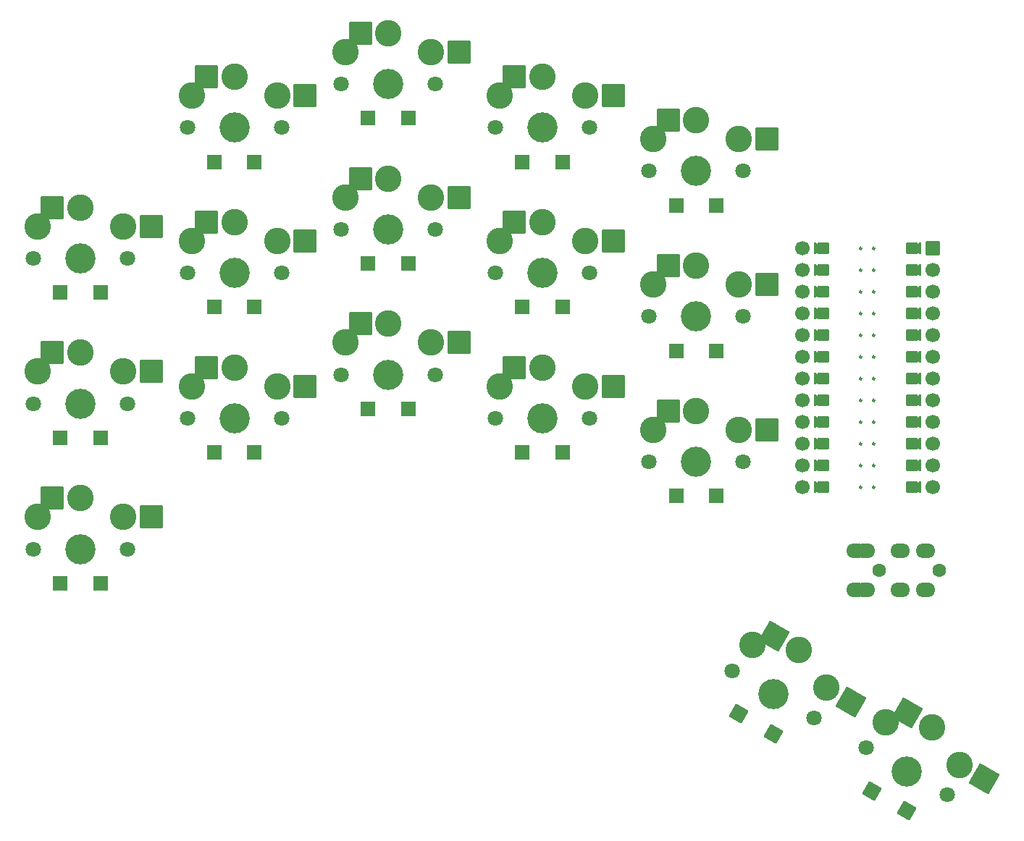
<source format=gbr>
%TF.GenerationSoftware,KiCad,Pcbnew,(6.0.6-1)-1*%
%TF.CreationDate,2022-08-08T10:13:26-05:00*%
%TF.ProjectId,smcboard,736d6362-6f61-4726-942e-6b696361645f,v1.0.0*%
%TF.SameCoordinates,Original*%
%TF.FileFunction,Soldermask,Bot*%
%TF.FilePolarity,Negative*%
%FSLAX46Y46*%
G04 Gerber Fmt 4.6, Leading zero omitted, Abs format (unit mm)*
G04 Created by KiCad (PCBNEW (6.0.6-1)-1) date 2022-08-08 10:13:26*
%MOMM*%
%LPD*%
G01*
G04 APERTURE LIST*
G04 Aperture macros list*
%AMRoundRect*
0 Rectangle with rounded corners*
0 $1 Rounding radius*
0 $2 $3 $4 $5 $6 $7 $8 $9 X,Y pos of 4 corners*
0 Add a 4 corners polygon primitive as box body*
4,1,4,$2,$3,$4,$5,$6,$7,$8,$9,$2,$3,0*
0 Add four circle primitives for the rounded corners*
1,1,$1+$1,$2,$3*
1,1,$1+$1,$4,$5*
1,1,$1+$1,$6,$7*
1,1,$1+$1,$8,$9*
0 Add four rect primitives between the rounded corners*
20,1,$1+$1,$2,$3,$4,$5,0*
20,1,$1+$1,$4,$5,$6,$7,0*
20,1,$1+$1,$6,$7,$8,$9,0*
20,1,$1+$1,$8,$9,$2,$3,0*%
%AMFreePoly0*
4,1,14,0.635355,0.435355,0.650000,0.400000,0.650000,0.200000,0.635355,0.164645,0.035355,-0.435355,0.000000,-0.450000,-0.035355,-0.435355,-0.635355,0.164645,-0.650000,0.200000,-0.650000,0.400000,-0.635355,0.435355,-0.600000,0.450000,0.600000,0.450000,0.635355,0.435355,0.635355,0.435355,$1*%
%AMFreePoly1*
4,1,16,0.635355,1.035355,0.650000,1.000000,0.650000,-0.250000,0.635355,-0.285355,0.600000,-0.300000,-0.600000,-0.300000,-0.635355,-0.285355,-0.650000,-0.250000,-0.650000,1.000000,-0.635355,1.035355,-0.600000,1.050000,-0.564645,1.035355,0.000000,0.470710,0.564645,1.035355,0.600000,1.050000,0.635355,1.035355,0.635355,1.035355,$1*%
G04 Aperture macros list end*
%ADD10C,0.250000*%
%ADD11C,0.100000*%
%ADD12C,1.801800*%
%ADD13C,3.529000*%
%ADD14C,3.100000*%
%ADD15RoundRect,0.050000X-1.300000X-1.300000X1.300000X-1.300000X1.300000X1.300000X-1.300000X1.300000X0*%
%ADD16RoundRect,0.050000X0.825000X0.825000X-0.825000X0.825000X-0.825000X-0.825000X0.825000X-0.825000X0*%
%ADD17RoundRect,0.050000X-0.825000X-0.825000X0.825000X-0.825000X0.825000X0.825000X-0.825000X0.825000X0*%
%ADD18RoundRect,0.050000X-1.775833X-0.475833X0.475833X-1.775833X1.775833X0.475833X-0.475833X1.775833X0*%
%ADD19RoundRect,0.050000X1.126971X0.301971X-0.301971X1.126971X-1.126971X-0.301971X0.301971X-1.126971X0*%
%ADD20RoundRect,0.050000X-1.126971X-0.301971X0.301971X-1.126971X1.126971X0.301971X-0.301971X1.126971X0*%
%ADD21C,1.600000*%
%ADD22O,2.300000X1.700000*%
%ADD23FreePoly0,270.000000*%
%ADD24C,1.700000*%
%ADD25FreePoly0,90.000000*%
%ADD26RoundRect,0.050000X-0.800000X0.800000X-0.800000X-0.800000X0.800000X-0.800000X0.800000X0.800000X0*%
%ADD27FreePoly1,90.000000*%
%ADD28FreePoly1,270.000000*%
G04 APERTURE END LIST*
D10*
%TO.C,MCU1*%
X195287000Y-76050000D02*
G75*
G03*
X195287000Y-76050000I-125000J0D01*
G01*
X195287000Y-78590000D02*
G75*
G03*
X195287000Y-78590000I-125000J0D01*
G01*
X195287000Y-93830000D02*
G75*
G03*
X195287000Y-93830000I-125000J0D01*
G01*
X193763000Y-86210000D02*
G75*
G03*
X193763000Y-86210000I-125000J0D01*
G01*
X193763000Y-91290000D02*
G75*
G03*
X193763000Y-91290000I-125000J0D01*
G01*
X193763000Y-76050000D02*
G75*
G03*
X193763000Y-76050000I-125000J0D01*
G01*
X195287000Y-91290000D02*
G75*
G03*
X195287000Y-91290000I-125000J0D01*
G01*
X193763000Y-73510000D02*
G75*
G03*
X193763000Y-73510000I-125000J0D01*
G01*
X193763000Y-96370000D02*
G75*
G03*
X193763000Y-96370000I-125000J0D01*
G01*
X193763000Y-70970000D02*
G75*
G03*
X193763000Y-70970000I-125000J0D01*
G01*
X195287000Y-68430000D02*
G75*
G03*
X195287000Y-68430000I-125000J0D01*
G01*
X195287000Y-86210000D02*
G75*
G03*
X195287000Y-86210000I-125000J0D01*
G01*
X193763000Y-78590000D02*
G75*
G03*
X193763000Y-78590000I-125000J0D01*
G01*
X195287000Y-73510000D02*
G75*
G03*
X195287000Y-73510000I-125000J0D01*
G01*
X195287000Y-96370000D02*
G75*
G03*
X195287000Y-96370000I-125000J0D01*
G01*
X195287000Y-70970000D02*
G75*
G03*
X195287000Y-70970000I-125000J0D01*
G01*
X193763000Y-83670000D02*
G75*
G03*
X193763000Y-83670000I-125000J0D01*
G01*
X193763000Y-88750000D02*
G75*
G03*
X193763000Y-88750000I-125000J0D01*
G01*
X193763000Y-68430000D02*
G75*
G03*
X193763000Y-68430000I-125000J0D01*
G01*
X195287000Y-83670000D02*
G75*
G03*
X195287000Y-83670000I-125000J0D01*
G01*
X195287000Y-81130000D02*
G75*
G03*
X195287000Y-81130000I-125000J0D01*
G01*
X193763000Y-93830000D02*
G75*
G03*
X193763000Y-93830000I-125000J0D01*
G01*
X193763000Y-81130000D02*
G75*
G03*
X193763000Y-81130000I-125000J0D01*
G01*
X195287000Y-88750000D02*
G75*
G03*
X195287000Y-88750000I-125000J0D01*
G01*
G36*
X189320000Y-81638000D02*
G01*
X188304000Y-81638000D01*
X188304000Y-80622000D01*
X189320000Y-80622000D01*
X189320000Y-81638000D01*
G37*
D11*
X189320000Y-81638000D02*
X188304000Y-81638000D01*
X188304000Y-80622000D01*
X189320000Y-80622000D01*
X189320000Y-81638000D01*
G36*
X200496000Y-91798000D02*
G01*
X199480000Y-91798000D01*
X199480000Y-90782000D01*
X200496000Y-90782000D01*
X200496000Y-91798000D01*
G37*
X200496000Y-91798000D02*
X199480000Y-91798000D01*
X199480000Y-90782000D01*
X200496000Y-90782000D01*
X200496000Y-91798000D01*
G36*
X189320000Y-86718000D02*
G01*
X188304000Y-86718000D01*
X188304000Y-85702000D01*
X189320000Y-85702000D01*
X189320000Y-86718000D01*
G37*
X189320000Y-86718000D02*
X188304000Y-86718000D01*
X188304000Y-85702000D01*
X189320000Y-85702000D01*
X189320000Y-86718000D01*
G36*
X189320000Y-79098000D02*
G01*
X188304000Y-79098000D01*
X188304000Y-78082000D01*
X189320000Y-78082000D01*
X189320000Y-79098000D01*
G37*
X189320000Y-79098000D02*
X188304000Y-79098000D01*
X188304000Y-78082000D01*
X189320000Y-78082000D01*
X189320000Y-79098000D01*
G36*
X189320000Y-96878000D02*
G01*
X188304000Y-96878000D01*
X188304000Y-95862000D01*
X189320000Y-95862000D01*
X189320000Y-96878000D01*
G37*
X189320000Y-96878000D02*
X188304000Y-96878000D01*
X188304000Y-95862000D01*
X189320000Y-95862000D01*
X189320000Y-96878000D01*
G36*
X200496000Y-86718000D02*
G01*
X199480000Y-86718000D01*
X199480000Y-85702000D01*
X200496000Y-85702000D01*
X200496000Y-86718000D01*
G37*
X200496000Y-86718000D02*
X199480000Y-86718000D01*
X199480000Y-85702000D01*
X200496000Y-85702000D01*
X200496000Y-86718000D01*
G36*
X200496000Y-96878000D02*
G01*
X199480000Y-96878000D01*
X199480000Y-95862000D01*
X200496000Y-95862000D01*
X200496000Y-96878000D01*
G37*
X200496000Y-96878000D02*
X199480000Y-96878000D01*
X199480000Y-95862000D01*
X200496000Y-95862000D01*
X200496000Y-96878000D01*
G36*
X200496000Y-94338000D02*
G01*
X199480000Y-94338000D01*
X199480000Y-93322000D01*
X200496000Y-93322000D01*
X200496000Y-94338000D01*
G37*
X200496000Y-94338000D02*
X199480000Y-94338000D01*
X199480000Y-93322000D01*
X200496000Y-93322000D01*
X200496000Y-94338000D01*
G36*
X189320000Y-94338000D02*
G01*
X188304000Y-94338000D01*
X188304000Y-93322000D01*
X189320000Y-93322000D01*
X189320000Y-94338000D01*
G37*
X189320000Y-94338000D02*
X188304000Y-94338000D01*
X188304000Y-93322000D01*
X189320000Y-93322000D01*
X189320000Y-94338000D01*
G36*
X189320000Y-84178000D02*
G01*
X188304000Y-84178000D01*
X188304000Y-83162000D01*
X189320000Y-83162000D01*
X189320000Y-84178000D01*
G37*
X189320000Y-84178000D02*
X188304000Y-84178000D01*
X188304000Y-83162000D01*
X189320000Y-83162000D01*
X189320000Y-84178000D01*
G36*
X200496000Y-71478000D02*
G01*
X199480000Y-71478000D01*
X199480000Y-70462000D01*
X200496000Y-70462000D01*
X200496000Y-71478000D01*
G37*
X200496000Y-71478000D02*
X199480000Y-71478000D01*
X199480000Y-70462000D01*
X200496000Y-70462000D01*
X200496000Y-71478000D01*
G36*
X189320000Y-68938000D02*
G01*
X188304000Y-68938000D01*
X188304000Y-67922000D01*
X189320000Y-67922000D01*
X189320000Y-68938000D01*
G37*
X189320000Y-68938000D02*
X188304000Y-68938000D01*
X188304000Y-67922000D01*
X189320000Y-67922000D01*
X189320000Y-68938000D01*
G36*
X189320000Y-71478000D02*
G01*
X188304000Y-71478000D01*
X188304000Y-70462000D01*
X189320000Y-70462000D01*
X189320000Y-71478000D01*
G37*
X189320000Y-71478000D02*
X188304000Y-71478000D01*
X188304000Y-70462000D01*
X189320000Y-70462000D01*
X189320000Y-71478000D01*
G36*
X189320000Y-89258000D02*
G01*
X188304000Y-89258000D01*
X188304000Y-88242000D01*
X189320000Y-88242000D01*
X189320000Y-89258000D01*
G37*
X189320000Y-89258000D02*
X188304000Y-89258000D01*
X188304000Y-88242000D01*
X189320000Y-88242000D01*
X189320000Y-89258000D01*
G36*
X200496000Y-81638000D02*
G01*
X199480000Y-81638000D01*
X199480000Y-80622000D01*
X200496000Y-80622000D01*
X200496000Y-81638000D01*
G37*
X200496000Y-81638000D02*
X199480000Y-81638000D01*
X199480000Y-80622000D01*
X200496000Y-80622000D01*
X200496000Y-81638000D01*
G36*
X189320000Y-91798000D02*
G01*
X188304000Y-91798000D01*
X188304000Y-90782000D01*
X189320000Y-90782000D01*
X189320000Y-91798000D01*
G37*
X189320000Y-91798000D02*
X188304000Y-91798000D01*
X188304000Y-90782000D01*
X189320000Y-90782000D01*
X189320000Y-91798000D01*
G36*
X200496000Y-68938000D02*
G01*
X199480000Y-68938000D01*
X199480000Y-67922000D01*
X200496000Y-67922000D01*
X200496000Y-68938000D01*
G37*
X200496000Y-68938000D02*
X199480000Y-68938000D01*
X199480000Y-67922000D01*
X200496000Y-67922000D01*
X200496000Y-68938000D01*
G36*
X189320000Y-74018000D02*
G01*
X188304000Y-74018000D01*
X188304000Y-73002000D01*
X189320000Y-73002000D01*
X189320000Y-74018000D01*
G37*
X189320000Y-74018000D02*
X188304000Y-74018000D01*
X188304000Y-73002000D01*
X189320000Y-73002000D01*
X189320000Y-74018000D01*
G36*
X200496000Y-76558000D02*
G01*
X199480000Y-76558000D01*
X199480000Y-75542000D01*
X200496000Y-75542000D01*
X200496000Y-76558000D01*
G37*
X200496000Y-76558000D02*
X199480000Y-76558000D01*
X199480000Y-75542000D01*
X200496000Y-75542000D01*
X200496000Y-76558000D01*
G36*
X189320000Y-76558000D02*
G01*
X188304000Y-76558000D01*
X188304000Y-75542000D01*
X189320000Y-75542000D01*
X189320000Y-76558000D01*
G37*
X189320000Y-76558000D02*
X188304000Y-76558000D01*
X188304000Y-75542000D01*
X189320000Y-75542000D01*
X189320000Y-76558000D01*
G36*
X200496000Y-79098000D02*
G01*
X199480000Y-79098000D01*
X199480000Y-78082000D01*
X200496000Y-78082000D01*
X200496000Y-79098000D01*
G37*
X200496000Y-79098000D02*
X199480000Y-79098000D01*
X199480000Y-78082000D01*
X200496000Y-78082000D01*
X200496000Y-79098000D01*
G36*
X200496000Y-84178000D02*
G01*
X199480000Y-84178000D01*
X199480000Y-83162000D01*
X200496000Y-83162000D01*
X200496000Y-84178000D01*
G37*
X200496000Y-84178000D02*
X199480000Y-84178000D01*
X199480000Y-83162000D01*
X200496000Y-83162000D01*
X200496000Y-84178000D01*
G36*
X200496000Y-74018000D02*
G01*
X199480000Y-74018000D01*
X199480000Y-73002000D01*
X200496000Y-73002000D01*
X200496000Y-74018000D01*
G37*
X200496000Y-74018000D02*
X199480000Y-74018000D01*
X199480000Y-73002000D01*
X200496000Y-73002000D01*
X200496000Y-74018000D01*
G36*
X200496000Y-89258000D02*
G01*
X199480000Y-89258000D01*
X199480000Y-88242000D01*
X200496000Y-88242000D01*
X200496000Y-89258000D01*
G37*
X200496000Y-89258000D02*
X199480000Y-89258000D01*
X199480000Y-88242000D01*
X200496000Y-88242000D01*
X200496000Y-89258000D01*
%TD*%
D12*
%TO.C,S7*%
X132900000Y-83200000D03*
X143900000Y-83200000D03*
D13*
X138400000Y-83200000D03*
D14*
X138400000Y-77250000D03*
X143400000Y-79450000D03*
X138400000Y-77250000D03*
X133400000Y-79450000D03*
D15*
X135125000Y-77250000D03*
X146675000Y-79450000D03*
%TD*%
D13*
%TO.C,S1*%
X102400000Y-103600000D03*
D14*
X107400000Y-99850000D03*
D12*
X107900000Y-103600000D03*
D14*
X102400000Y-97650000D03*
X97400000Y-99850000D03*
X102400000Y-97650000D03*
D12*
X96900000Y-103600000D03*
D15*
X99125000Y-97650000D03*
X110675000Y-99850000D03*
%TD*%
D16*
%TO.C,D6*%
X118050000Y-58300000D03*
D17*
X122750000Y-58300000D03*
%TD*%
D16*
%TO.C,D7*%
X136050000Y-87200000D03*
D17*
X140750000Y-87200000D03*
%TD*%
D16*
%TO.C,D11*%
X154050000Y-75300000D03*
D17*
X158750000Y-75300000D03*
%TD*%
D14*
%TO.C,S16*%
X180944873Y-114852405D03*
D13*
X183400000Y-120600000D03*
D14*
X186375000Y-115447149D03*
D12*
X178636860Y-117850000D03*
D14*
X189605127Y-119852405D03*
D12*
X188163140Y-123350000D03*
D14*
X186375000Y-115447149D03*
D18*
X183538767Y-113809649D03*
X192441360Y-121489905D03*
%TD*%
D16*
%TO.C,D13*%
X172050000Y-97400000D03*
D17*
X176750000Y-97400000D03*
%TD*%
D16*
%TO.C,D3*%
X100050000Y-73600000D03*
D17*
X104750000Y-73600000D03*
%TD*%
D19*
%TO.C,D16*%
X179364840Y-122889102D03*
D20*
X183435160Y-125239102D03*
%TD*%
D16*
%TO.C,D12*%
X154050000Y-58300000D03*
D17*
X158750000Y-58300000D03*
%TD*%
D13*
%TO.C,S3*%
X102400000Y-69600000D03*
D14*
X102400000Y-63650000D03*
X97400000Y-65850000D03*
D12*
X96900000Y-69600000D03*
X107900000Y-69600000D03*
D14*
X107400000Y-65850000D03*
X102400000Y-63650000D03*
D15*
X99125000Y-63650000D03*
X110675000Y-65850000D03*
%TD*%
D16*
%TO.C,D2*%
X100050000Y-90600000D03*
D17*
X104750000Y-90600000D03*
%TD*%
D14*
%TO.C,S15*%
X179400000Y-55650000D03*
X169400000Y-55650000D03*
X174400000Y-53450000D03*
X174400000Y-53450000D03*
D12*
X179900000Y-59400000D03*
X168900000Y-59400000D03*
D13*
X174400000Y-59400000D03*
D15*
X171125000Y-53450000D03*
X182675000Y-55650000D03*
%TD*%
D14*
%TO.C,S5*%
X120400000Y-65350000D03*
X120400000Y-65350000D03*
X125400000Y-67550000D03*
D12*
X114900000Y-71300000D03*
D14*
X115400000Y-67550000D03*
D12*
X125900000Y-71300000D03*
D13*
X120400000Y-71300000D03*
D15*
X117125000Y-65350000D03*
X128675000Y-67550000D03*
%TD*%
D13*
%TO.C,S10*%
X156400000Y-88300000D03*
D12*
X150900000Y-88300000D03*
D14*
X156400000Y-82350000D03*
D12*
X161900000Y-88300000D03*
D14*
X161400000Y-84550000D03*
X156400000Y-82350000D03*
X151400000Y-84550000D03*
D15*
X153125000Y-82350000D03*
X164675000Y-84550000D03*
%TD*%
D16*
%TO.C,D14*%
X172050000Y-80400000D03*
D17*
X176750000Y-80400000D03*
%TD*%
D14*
%TO.C,S17*%
X201963457Y-124447149D03*
D12*
X203751597Y-132350000D03*
D13*
X198988457Y-129600000D03*
D14*
X196533330Y-123852405D03*
D12*
X194225317Y-126850000D03*
D14*
X205193584Y-128852405D03*
X201963457Y-124447149D03*
D18*
X199127224Y-122809649D03*
X208029817Y-130489905D03*
%TD*%
D16*
%TO.C,D5*%
X118050000Y-75300000D03*
D17*
X122750000Y-75300000D03*
%TD*%
D16*
%TO.C,D15*%
X172050000Y-63400000D03*
D17*
X176750000Y-63400000D03*
%TD*%
D16*
%TO.C,D9*%
X136050000Y-53200000D03*
D17*
X140750000Y-53200000D03*
%TD*%
D14*
%TO.C,S2*%
X102400000Y-80650000D03*
X107400000Y-82850000D03*
D13*
X102400000Y-86600000D03*
D12*
X107900000Y-86600000D03*
X96900000Y-86600000D03*
D14*
X102400000Y-80650000D03*
X97400000Y-82850000D03*
D15*
X99125000Y-80650000D03*
X110675000Y-82850000D03*
%TD*%
D13*
%TO.C,S14*%
X174400000Y-76400000D03*
D14*
X179400000Y-72650000D03*
X169400000Y-72650000D03*
D12*
X168900000Y-76400000D03*
D14*
X174400000Y-70450000D03*
D12*
X179900000Y-76400000D03*
D14*
X174400000Y-70450000D03*
D15*
X171125000Y-70450000D03*
X182675000Y-72650000D03*
%TD*%
D14*
%TO.C,S13*%
X169400000Y-89650000D03*
D12*
X179900000Y-93400000D03*
D14*
X174400000Y-87450000D03*
D12*
X168900000Y-93400000D03*
D14*
X174400000Y-87450000D03*
X179400000Y-89650000D03*
D13*
X174400000Y-93400000D03*
D15*
X171125000Y-87450000D03*
X182675000Y-89650000D03*
%TD*%
D16*
%TO.C,D8*%
X136050000Y-70200000D03*
D17*
X140750000Y-70200000D03*
%TD*%
D21*
%TO.C,REF\u002A\u002A*%
X195800000Y-106100000D03*
X202800000Y-106100000D03*
D22*
X193100000Y-103800000D03*
X193100000Y-108400000D03*
X194200000Y-108400000D03*
X194200000Y-103800000D03*
X198200000Y-108400000D03*
X198200000Y-103800000D03*
X201200000Y-108400000D03*
X201200000Y-103800000D03*
%TD*%
D12*
%TO.C,S8*%
X143900000Y-66200000D03*
D13*
X138400000Y-66200000D03*
D14*
X138400000Y-60250000D03*
X143400000Y-62450000D03*
D12*
X132900000Y-66200000D03*
D14*
X138400000Y-60250000D03*
X133400000Y-62450000D03*
D15*
X135125000Y-60250000D03*
X146675000Y-62450000D03*
%TD*%
D14*
%TO.C,S6*%
X115400000Y-50550000D03*
X120400000Y-48350000D03*
D12*
X125900000Y-54300000D03*
D14*
X125400000Y-50550000D03*
D12*
X114900000Y-54300000D03*
D13*
X120400000Y-54300000D03*
D14*
X120400000Y-48350000D03*
D15*
X117125000Y-48350000D03*
X128675000Y-50550000D03*
%TD*%
D14*
%TO.C,S4*%
X115400000Y-84550000D03*
X125400000Y-84550000D03*
D12*
X125900000Y-88300000D03*
D14*
X120400000Y-82350000D03*
D13*
X120400000Y-88300000D03*
D14*
X120400000Y-82350000D03*
D12*
X114900000Y-88300000D03*
D15*
X117125000Y-82350000D03*
X128675000Y-84550000D03*
%TD*%
D14*
%TO.C,S12*%
X151400000Y-50550000D03*
X156400000Y-48350000D03*
D13*
X156400000Y-54300000D03*
D12*
X150900000Y-54300000D03*
X161900000Y-54300000D03*
D14*
X161400000Y-50550000D03*
X156400000Y-48350000D03*
D15*
X153125000Y-48350000D03*
X164675000Y-50550000D03*
%TD*%
D16*
%TO.C,D1*%
X100050000Y-107600000D03*
D17*
X104750000Y-107600000D03*
%TD*%
D14*
%TO.C,S9*%
X138400000Y-43250000D03*
X143400000Y-45450000D03*
X133400000Y-45450000D03*
D12*
X143900000Y-49200000D03*
D14*
X138400000Y-43250000D03*
D13*
X138400000Y-49200000D03*
D12*
X132900000Y-49200000D03*
D15*
X135125000Y-43250000D03*
X146675000Y-45450000D03*
%TD*%
D19*
%TO.C,D17*%
X194953297Y-131889102D03*
D20*
X199023617Y-134239102D03*
%TD*%
D23*
%TO.C,MCU1*%
X200242000Y-76050000D03*
D24*
X202020000Y-86210000D03*
X186780000Y-88750000D03*
X186780000Y-86210000D03*
X202020000Y-73510000D03*
D25*
X188558000Y-83670000D03*
D24*
X202020000Y-78590000D03*
D23*
X200242000Y-68430000D03*
D24*
X186780000Y-93830000D03*
X186780000Y-68430000D03*
X202020000Y-76050000D03*
D25*
X188558000Y-73510000D03*
D24*
X186780000Y-73510000D03*
D25*
X188558000Y-96370000D03*
D24*
X186780000Y-78590000D03*
X186780000Y-76050000D03*
D25*
X188558000Y-91290000D03*
X188558000Y-76050000D03*
D23*
X200242000Y-91290000D03*
D24*
X186780000Y-96370000D03*
D23*
X200242000Y-93830000D03*
D26*
X202020000Y-68430000D03*
D24*
X202020000Y-83670000D03*
D23*
X200242000Y-78590000D03*
D25*
X188558000Y-70970000D03*
D24*
X202020000Y-81130000D03*
D23*
X200242000Y-73510000D03*
D25*
X188558000Y-93830000D03*
D24*
X202020000Y-93830000D03*
D23*
X200242000Y-88750000D03*
D24*
X202020000Y-88750000D03*
D25*
X188558000Y-78590000D03*
D23*
X200242000Y-70970000D03*
D24*
X202020000Y-70970000D03*
X202020000Y-96370000D03*
X186780000Y-81130000D03*
D25*
X188558000Y-86210000D03*
D24*
X186780000Y-70970000D03*
D25*
X188558000Y-81130000D03*
D24*
X186780000Y-83670000D03*
X202020000Y-68430000D03*
X186780000Y-91290000D03*
D23*
X200242000Y-86210000D03*
D25*
X188558000Y-88750000D03*
D23*
X200242000Y-81130000D03*
X200242000Y-83670000D03*
X200242000Y-96370000D03*
D25*
X188558000Y-68430000D03*
D24*
X202020000Y-91290000D03*
D27*
X189574000Y-68430000D03*
X189574000Y-70970000D03*
X189574000Y-73510000D03*
X189574000Y-76050000D03*
X189574000Y-78590000D03*
X189574000Y-81130000D03*
X189574000Y-83670000D03*
X189574000Y-86210000D03*
X189574000Y-88750000D03*
X189574000Y-91290000D03*
X189574000Y-93830000D03*
X189574000Y-96370000D03*
D28*
X199226000Y-96370000D03*
X199226000Y-93830000D03*
X199226000Y-91290000D03*
X199226000Y-88750000D03*
X199226000Y-86210000D03*
X199226000Y-83670000D03*
X199226000Y-81130000D03*
X199226000Y-78590000D03*
X199226000Y-76050000D03*
X199226000Y-73510000D03*
X199226000Y-70970000D03*
X199226000Y-68430000D03*
%TD*%
D12*
%TO.C,S11*%
X161900000Y-71300000D03*
D14*
X161400000Y-67550000D03*
D13*
X156400000Y-71300000D03*
D14*
X156400000Y-65350000D03*
D12*
X150900000Y-71300000D03*
D14*
X151400000Y-67550000D03*
X156400000Y-65350000D03*
D15*
X153125000Y-65350000D03*
X164675000Y-67550000D03*
%TD*%
D16*
%TO.C,D4*%
X118050000Y-92300000D03*
D17*
X122750000Y-92300000D03*
%TD*%
D16*
%TO.C,D10*%
X154050000Y-92300000D03*
D17*
X158750000Y-92300000D03*
%TD*%
M02*

</source>
